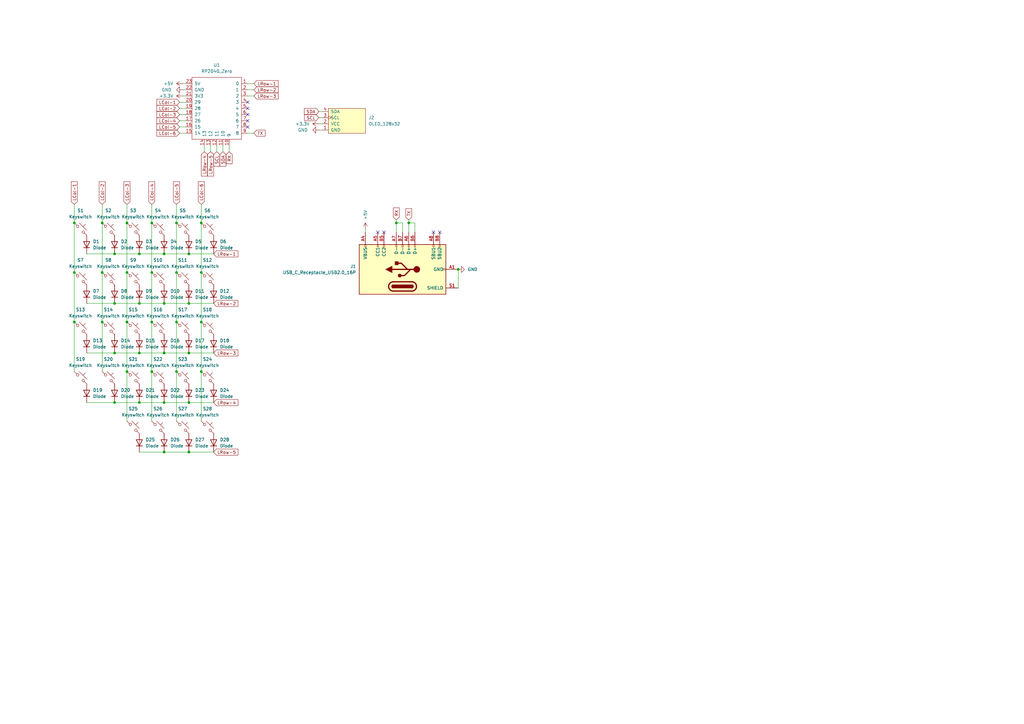
<source format=kicad_sch>
(kicad_sch (version 20250114) (generator "eeschema") (generator_version "9.0")
  (paper "A3")
  (lib_symbols
    (symbol "Connector:USB_C_Receptacle_USB2.0_16P" (pin_names (offset 1.016))
      (property "Reference" "J" (at 0 22.225 0))
      (property "Value" "USB_C_Receptacle_USB2.0_16P" (at 0 19.685 0))
      (symbol "USB_C_Receptacle_USB2.0_16P_0_0"
        (rectangle (start -0.254 -17.78) (end 0.254 -16.764))
        (rectangle (start 10.16 15.494) (end 9.144 14.986))
        (rectangle (start 10.16 10.414) (end 9.144 9.906))
        (rectangle (start 10.16 7.874) (end 9.144 7.366))
        (rectangle (start 10.16 2.794) (end 9.144 2.286))
        (rectangle (start 10.16 0.254) (end 9.144 -0.254))
        (rectangle (start 10.16 -2.286) (end 9.144 -2.794))
        (rectangle (start 10.16 -4.826) (end 9.144 -5.334))
        (rectangle (start 10.16 -12.446) (end 9.144 -12.954))
        (rectangle (start 10.16 -14.986) (end 9.144 -15.494))
      )
      (symbol "USB_C_Receptacle_USB2.0_16P_0_1"
        (rectangle (start -10.16 17.78) (end 10.16 -17.78) (stroke (width 0.254)) (fill (type background)))
        (polyline (pts (xy -8.89 -3.81) (xy -8.89 3.81)) (stroke (width 0.508)))
        (rectangle (start -7.62 -3.81) (end -6.35 3.81) (stroke (width 0.254)) (fill (type outline)))
        (arc (start -7.62 3.81) (mid -6.985 4.4423) (end -6.35 3.81) (stroke (width 0.254)))
        (arc (start -7.62 3.81) (mid -6.985 4.4423) (end -6.35 3.81) (stroke (width 0.254)) (fill (type outline)))
        (arc (start -8.89 3.81) (mid -6.985 5.7067) (end -5.08 3.81) (stroke (width 0.508)))
        (arc (start -5.08 -3.81) (mid -6.985 -5.7067) (end -8.89 -3.81) (stroke (width 0.508)))
        (arc (start -6.35 -3.81) (mid -6.985 -4.4423) (end -7.62 -3.81) (stroke (width 0.254)))
        (arc (start -6.35 -3.81) (mid -6.985 -4.4423) (end -7.62 -3.81) (stroke (width 0.254)) (fill (type outline)))
        (polyline (pts (xy -5.08 3.81) (xy -5.08 -3.81)) (stroke (width 0.508)))
        (circle (center -2.54 1.143) (radius 0.635) (stroke (width 0.254)) (fill (type outline)))
        (polyline (pts (xy -1.27 4.318) (xy 0 6.858) (xy 1.27 4.318) (xy -1.27 4.318)) (stroke (width 0.254)) (fill (type outline)))
        (polyline (pts (xy 0 -2.032) (xy 2.54 0.508) (xy 2.54 1.778)) (stroke (width 0.508)))
        (polyline (pts (xy 0 -3.302) (xy -2.54 -0.762) (xy -2.54 0.508)) (stroke (width 0.508)))
        (polyline (pts (xy 0 -5.842) (xy 0 4.318)) (stroke (width 0.508)))
        (circle (center 0 -5.842) (radius 1.27) (fill (type outline)))
        (rectangle (start 1.905 1.778) (end 3.175 3.048) (stroke (width 0.254)) (fill (type outline)))
      )
      (symbol "USB_C_Receptacle_USB2.0_16P_1_1"
        (pin passive line (at -7.62 -22.86 90) (length 5.08) (name "SHIELD") (number "S1"))
        (pin passive line (at 0 -22.86 90) (length 5.08) (name "GND") (number "A1"))
        (pin passive line (at 0 -22.86 90) (length 5.08) (hide yes) (name "GND") (number "A12"))
        (pin passive line (at 0 -22.86 90) (length 5.08) (hide yes) (name "GND") (number "B1"))
        (pin passive line (at 0 -22.86 90) (length 5.08) (hide yes) (name "GND") (number "B12"))
        (pin passive line (at 15.24 15.24 180) (length 5.08) (name "VBUS") (number "A4"))
        (pin passive line (at 15.24 15.24 180) (length 5.08) (hide yes) (name "VBUS") (number "A9"))
        (pin passive line (at 15.24 15.24 180) (length 5.08) (hide yes) (name "VBUS") (number "B4"))
        (pin passive line (at 15.24 15.24 180) (length 5.08) (hide yes) (name "VBUS") (number "B9"))
        (pin bidirectional line (at 15.24 10.16 180) (length 5.08) (name "CC1") (number "A5"))
        (pin bidirectional line (at 15.24 7.62 180) (length 5.08) (name "CC2") (number "B5"))
        (pin bidirectional line (at 15.24 2.54 180) (length 5.08) (name "D-") (number "A7"))
        (pin bidirectional line (at 15.24 0 180) (length 5.08) (name "D-") (number "B7"))
        (pin bidirectional line (at 15.24 -2.54 180) (length 5.08) (name "D+") (number "A6"))
        (pin bidirectional line (at 15.24 -5.08 180) (length 5.08) (name "D+") (number "B6"))
        (pin bidirectional line (at 15.24 -12.7 180) (length 5.08) (name "SBU1") (number "A8"))
        (pin bidirectional line (at 15.24 -15.24 180) (length 5.08) (name "SBU2") (number "B8"))
      )
    )
    (symbol "ScottoKeebs:MCU_RP2040_Zero" (pin_names (offset 1.016))
      (property "Reference" "U" (at 0 15.24 0))
      (property "Value" "RP2040_Zero" (at 0 12.7 0))
      (symbol "MCU_RP2040_Zero_0_1"
        (rectangle (start -10.16 11.43) (end 10.16 -13.97))
      )
      (symbol "MCU_RP2040_Zero_1_1"
        (pin power_out line (at -12.7 8.89 0) (length 2.54) (name "5V") (number "23"))
        (pin power_out line (at -12.7 6.35 0) (length 2.54) (name "GND") (number "22"))
        (pin power_out line (at -12.7 3.81 0) (length 2.54) (name "3V3") (number "21"))
        (pin bidirectional line (at -12.7 1.27 0) (length 2.54) (name "29") (number "20"))
        (pin bidirectional line (at -12.7 -1.27 0) (length 2.54) (name "28") (number "19"))
        (pin bidirectional line (at -12.7 -3.81 0) (length 2.54) (name "27") (number "18"))
        (pin bidirectional line (at -12.7 -6.35 0) (length 2.54) (name "26") (number "17"))
        (pin bidirectional line (at -12.7 -8.89 0) (length 2.54) (name "15") (number "16"))
        (pin bidirectional line (at -12.7 -11.43 0) (length 2.54) (name "14") (number "15"))
        (pin bidirectional line (at -5.08 -16.51 90) (length 2.54) (name "13") (number "14"))
        (pin bidirectional line (at -2.54 -16.51 90) (length 2.54) (name "12") (number "13"))
        (pin bidirectional line (at 0 -16.51 90) (length 2.54) (name "11") (number "12"))
        (pin bidirectional line (at 2.54 -16.51 90) (length 2.54) (name "10") (number "11"))
        (pin bidirectional line (at 5.08 -16.51 90) (length 2.54) (name "9") (number "10"))
        (pin bidirectional line (at 12.7 8.89 180) (length 2.54) (name "0") (number "1"))
        (pin bidirectional line (at 12.7 6.35 180) (length 2.54) (name "1") (number "2"))
        (pin bidirectional line (at 12.7 3.81 180) (length 2.54) (name "2") (number "3"))
        (pin bidirectional line (at 12.7 1.27 180) (length 2.54) (name "3") (number "4"))
        (pin bidirectional line (at 12.7 -1.27 180) (length 2.54) (name "4") (number "5"))
        (pin bidirectional line (at 12.7 -3.81 180) (length 2.54) (name "5") (number "6"))
        (pin bidirectional line (at 12.7 -6.35 180) (length 2.54) (name "6") (number "7"))
        (pin bidirectional line (at 12.7 -8.89 180) (length 2.54) (name "7") (number "8"))
        (pin bidirectional line (at 12.7 -11.43 180) (length 2.54) (name "8") (number "9"))
      )
    )
    (symbol "ScottoKeebs:OLED_128x32" (pin_names (offset 1.016))
      (property "Reference" "J" (at 0 -6.35 0))
      (property "Value" "OLED_128x32" (at 0 6.35 0))
      (symbol "OLED_128x32_0_1"
        (rectangle (start 0 5.08) (end 15.24 -5.08) (fill (type background)))
      )
      (symbol "OLED_128x32_1_1"
        (pin bidirectional line (at -2.54 3.81 0) (length 2.54) (name "SDA") (number "4"))
        (pin input clock (at -2.54 1.27 0) (length 2.54) (name "SCL") (number "3"))
        (pin power_in line (at -2.54 -1.27 0) (length 2.54) (name "VCC") (number "2"))
        (pin power_in line (at -2.54 -3.81 0) (length 2.54) (name "GND") (number "1"))
      )
    )
    (symbol "ScottoKeebs:Placeholder_Diode" (pin_numbers (hide yes)) (pin_names (hide yes))
      (property "Reference" "D" (at 0 2.54 0))
      (property "Value" "Diode" (at 0 -2.54 0))
      (symbol "Placeholder_Diode_0_1"
        (polyline (pts (xy -1.27 1.27) (xy -1.27 -1.27)) (stroke (width 0.254)))
        (polyline (pts (xy 1.27 1.27) (xy 1.27 -1.27) (xy -1.27 0) (xy 1.27 1.27)) (stroke (width 0.254)))
        (polyline (pts (xy 1.27 0) (xy -1.27 0)))
      )
      (symbol "Placeholder_Diode_1_1"
        (pin passive line (at -3.81 0 0) (length 2.54) (name "K") (number "1"))
        (pin passive line (at 3.81 0 180) (length 2.54) (name "A") (number "2"))
      )
    )
    (symbol "ScottoKeebs:Placeholder_Keyswitch" (pin_numbers (hide yes)) (pin_names (offset 1.016) (hide yes))
      (property "Reference" "S" (at 3.048 1.016 0))
      (property "Value" "Keyswitch" (at 0 -3.81 0))
      (symbol "Placeholder_Keyswitch_0_1"
        (polyline (pts (xy -2.54 2.54) (xy -1.524 1.524) (xy -1.524 1.524)))
        (circle (center -1.1684 1.1684) (radius 0.508))
        (polyline (pts (xy -0.508 2.54) (xy 2.54 -0.508)))
        (polyline (pts (xy 1.016 1.016) (xy 2.032 2.032)))
        (circle (center 1.143 -1.1938) (radius 0.508))
        (polyline (pts (xy 1.524 -1.524) (xy 2.54 -2.54) (xy 2.54 -2.54) (xy 2.54 -2.54)))
        (pin passive line (at -2.54 2.54 0) (length 0) (name "1") (number "1"))
        (pin passive line (at 2.54 -2.54 180) (length 0) (name "2") (number "2"))
      )
    )
    (symbol "power:+3.3V" (power) (pin_numbers (hide yes)) (pin_names (offset 0) (hide yes))
      (property "Value" "+3.3V" (at 0 3.556 0))
      (symbol "+3.3V_0_1"
        (polyline (pts (xy -0.762 1.27) (xy 0 2.54)))
        (polyline (pts (xy 0 2.54) (xy 0.762 1.27)))
        (polyline (pts (xy 0 0) (xy 0 2.54)))
      )
      (symbol "+3.3V_1_1"
        (pin power_in line (at 0 0 90) (length 0) (name "~") (number "1"))
      )
    )
    (symbol "power:+5V" (power) (pin_numbers (hide yes)) (pin_names (offset 0) (hide yes))
      (property "Value" "+5V" (at 0 3.556 0))
      (symbol "+5V_0_1"
        (polyline (pts (xy -0.762 1.27) (xy 0 2.54)))
        (polyline (pts (xy 0 2.54) (xy 0.762 1.27)))
        (polyline (pts (xy 0 0) (xy 0 2.54)))
      )
      (symbol "+5V_1_1"
        (pin power_in line (at 0 0 90) (length 0) (name "~") (number "1"))
      )
    )
    (symbol "power:GND" (power) (pin_numbers (hide yes)) (pin_names (offset 0) (hide yes))
      (property "Value" "GND" (at 0 -3.81 0))
      (symbol "GND_0_1"
        (polyline (pts (xy 0 0) (xy 0 -1.27) (xy 1.27 -1.27) (xy 0 -2.54) (xy -1.27 -1.27) (xy 0 -1.27)))
      )
      (symbol "GND_1_1"
        (pin power_in line (at 0 0 270) (length 0) (name "~") (number "1"))
      )
    )
  )
  (junction (at 77.47 124.46))
  (junction (at 62.23 111.76))
  (junction (at 57.15 144.78))
  (junction (at 46.99 104.14))
  (junction (at 62.23 132.08))
  (junction (at 67.31 104.14))
  (junction (at 57.15 165.1))
  (junction (at 52.07 111.76))
  (junction (at 82.55 91.44))
  (junction (at 30.48 91.44))
  (junction (at 72.39 132.08))
  (junction (at 72.39 152.4))
  (junction (at 67.31 124.46))
  (junction (at 30.48 132.08))
  (junction (at 77.47 165.1))
  (junction (at 57.15 104.14))
  (junction (at 62.23 152.4))
  (junction (at 46.99 144.78))
  (junction (at 46.99 124.46))
  (junction (at 67.31 185.42))
  (junction (at 57.15 124.46))
  (junction (at 187.96 110.49))
  (junction (at 52.07 152.4))
  (junction (at 67.31 165.1))
  (junction (at 77.47 185.42))
  (junction (at 41.91 111.76))
  (junction (at 41.91 91.44))
  (junction (at 82.55 152.4))
  (junction (at 82.55 132.08))
  (junction (at 30.48 111.76))
  (junction (at 46.99 165.1))
  (junction (at 72.39 91.44))
  (junction (at 162.56 91.44))
  (junction (at 52.07 132.08))
  (junction (at 82.55 111.76))
  (junction (at 41.91 132.08))
  (junction (at 67.31 144.78))
  (junction (at 167.64 91.44))
  (junction (at 77.47 144.78))
  (junction (at 72.39 111.76))
  (junction (at 77.47 104.14))
  (junction (at 52.07 91.44))
  (junction (at 62.23 91.44))
  (no_connect (at 157.48 95.25))
  (no_connect (at 101.6 49.53))
  (no_connect (at 177.8 95.25))
  (no_connect (at 101.6 41.91))
  (no_connect (at 101.6 52.07))
  (no_connect (at 180.34 95.25))
  (no_connect (at 154.94 95.25))
  (no_connect (at 101.6 46.99))
  (no_connect (at 101.6 44.45))
  (wire (pts (xy 82.55 83.82) (xy 82.55 91.44)))
  (wire (pts (xy 52.07 132.08) (xy 52.07 152.4)))
  (wire (pts (xy 62.23 111.76) (xy 62.23 132.08)))
  (wire (pts (xy 104.14 39.37) (xy 101.6 39.37)))
  (wire (pts (xy 77.47 124.46) (xy 87.63 124.46)))
  (wire (pts (xy 57.15 104.14) (xy 67.31 104.14)))
  (wire (pts (xy 57.15 185.42) (xy 67.31 185.42)))
  (wire (pts (xy 72.39 132.08) (xy 72.39 152.4)))
  (wire (pts (xy 82.55 111.76) (xy 82.55 132.08)))
  (wire (pts (xy 41.91 111.76) (xy 41.91 132.08)))
  (wire (pts (xy 62.23 152.4) (xy 62.23 172.72)))
  (wire (pts (xy 170.18 95.25) (xy 170.18 91.44)))
  (wire (pts (xy 130.81 48.26) (xy 132.08 48.26)))
  (wire (pts (xy 30.48 83.82) (xy 30.48 91.44)))
  (wire (pts (xy 82.55 91.44) (xy 82.55 111.76)))
  (wire (pts (xy 52.07 152.4) (xy 52.07 172.72)))
  (wire (pts (xy 73.66 44.45) (xy 76.2 44.45)))
  (wire (pts (xy 72.39 152.4) (xy 72.39 172.72)))
  (wire (pts (xy 73.66 52.07) (xy 76.2 52.07)))
  (wire (pts (xy 130.81 50.8) (xy 132.08 50.8)))
  (wire (pts (xy 167.64 95.25) (xy 167.64 91.44)))
  (wire (pts (xy 73.66 46.99) (xy 76.2 46.99)))
  (wire (pts (xy 41.91 83.82) (xy 41.91 91.44)))
  (wire (pts (xy 46.99 144.78) (xy 57.15 144.78)))
  (wire (pts (xy 74.93 36.83) (xy 76.2 36.83)))
  (wire (pts (xy 167.64 91.44) (xy 167.64 90.17)))
  (wire (pts (xy 82.55 132.08) (xy 82.55 152.4)))
  (wire (pts (xy 162.56 91.44) (xy 165.1 91.44)))
  (wire (pts (xy 52.07 111.76) (xy 52.07 132.08)))
  (wire (pts (xy 57.15 165.1) (xy 67.31 165.1)))
  (wire (pts (xy 46.99 104.14) (xy 57.15 104.14)))
  (wire (pts (xy 77.47 104.14) (xy 87.63 104.14)))
  (wire (pts (xy 77.47 165.1) (xy 87.63 165.1)))
  (wire (pts (xy 57.15 144.78) (xy 67.31 144.78)))
  (wire (pts (xy 41.91 132.08) (xy 41.91 152.4)))
  (wire (pts (xy 73.66 41.91) (xy 76.2 41.91)))
  (wire (pts (xy 52.07 91.44) (xy 52.07 111.76)))
  (wire (pts (xy 41.91 91.44) (xy 41.91 111.76)))
  (wire (pts (xy 62.23 132.08) (xy 62.23 152.4)))
  (wire (pts (xy 167.64 91.44) (xy 170.18 91.44)))
  (wire (pts (xy 77.47 185.42) (xy 87.63 185.42)))
  (wire (pts (xy 67.31 185.42) (xy 77.47 185.42)))
  (wire (pts (xy 88.9 62.23) (xy 88.9 59.69)))
  (wire (pts (xy 149.86 93.98) (xy 149.86 95.25)))
  (wire (pts (xy 130.81 45.72) (xy 132.08 45.72)))
  (wire (pts (xy 46.99 124.46) (xy 57.15 124.46)))
  (wire (pts (xy 35.56 104.14) (xy 46.99 104.14)))
  (wire (pts (xy 46.99 165.1) (xy 57.15 165.1)))
  (wire (pts (xy 165.1 95.25) (xy 165.1 91.44)))
  (wire (pts (xy 67.31 144.78) (xy 77.47 144.78)))
  (wire (pts (xy 104.14 36.83) (xy 101.6 36.83)))
  (wire (pts (xy 57.15 124.46) (xy 67.31 124.46)))
  (wire (pts (xy 62.23 91.44) (xy 62.23 111.76)))
  (wire (pts (xy 30.48 91.44) (xy 30.48 111.76)))
  (wire (pts (xy 35.56 124.46) (xy 46.99 124.46)))
  (wire (pts (xy 30.48 111.76) (xy 30.48 132.08)))
  (wire (pts (xy 72.39 83.82) (xy 72.39 91.44)))
  (wire (pts (xy 93.98 62.23) (xy 93.98 59.69)))
  (wire (pts (xy 73.66 54.61) (xy 76.2 54.61)))
  (wire (pts (xy 74.93 39.37) (xy 76.2 39.37)))
  (wire (pts (xy 74.93 34.29) (xy 76.2 34.29)))
  (wire (pts (xy 187.96 110.49) (xy 187.96 118.11)))
  (wire (pts (xy 67.31 104.14) (xy 77.47 104.14)))
  (wire (pts (xy 130.81 53.34) (xy 132.08 53.34)))
  (wire (pts (xy 52.07 83.82) (xy 52.07 91.44)))
  (wire (pts (xy 162.56 91.44) (xy 162.56 90.17)))
  (wire (pts (xy 162.56 95.25) (xy 162.56 91.44)))
  (wire (pts (xy 67.31 165.1) (xy 77.47 165.1)))
  (wire (pts (xy 35.56 144.78) (xy 46.99 144.78)))
  (wire (pts (xy 62.23 83.82) (xy 62.23 91.44)))
  (wire (pts (xy 104.14 54.61) (xy 101.6 54.61)))
  (wire (pts (xy 67.31 124.46) (xy 77.47 124.46)))
  (wire (pts (xy 73.66 49.53) (xy 76.2 49.53)))
  (wire (pts (xy 83.82 62.23) (xy 83.82 59.69)))
  (wire (pts (xy 82.55 152.4) (xy 82.55 172.72)))
  (wire (pts (xy 77.47 144.78) (xy 87.63 144.78)))
  (wire (pts (xy 86.36 62.23) (xy 86.36 59.69)))
  (wire (pts (xy 30.48 132.08) (xy 30.48 152.4)))
  (wire (pts (xy 72.39 91.44) (xy 72.39 111.76)))
  (wire (pts (xy 72.39 111.76) (xy 72.39 132.08)))
  (wire (pts (xy 104.14 34.29) (xy 101.6 34.29)))
  (wire (pts (xy 35.56 165.1) (xy 46.99 165.1)))
  (wire (pts (xy 91.44 62.23) (xy 91.44 59.69)))
  (global_label "RX" (shape input) (at 93.98 62.23 270) (property "Intersheetrefs" "${INTERSHEET_REFS}" (effects (hide yes))))
  (global_label "LRow-4" (shape input) (at 87.63 165.1 0) (property "Intersheetrefs" "${INTERSHEET_REFS}" (effects (hide yes))))
  (global_label "SCL" (shape input) (at 130.81 48.26 180) (property "Intersheetrefs" "${INTERSHEET_REFS}" (effects (hide yes))))
  (global_label "LRow-3" (shape input) (at 104.14 39.37 0) (property "Intersheetrefs" "${INTERSHEET_REFS}" (effects (hide yes))))
  (global_label "LCol-6" (shape input) (at 82.55 83.82 90) (property "Intersheetrefs" "${INTERSHEET_REFS}" (effects (hide yes))))
  (global_label "LRow-5" (shape input) (at 87.63 185.42 0) (property "Intersheetrefs" "${INTERSHEET_REFS}" (effects (hide yes))))
  (global_label "LRow-1" (shape input) (at 104.14 34.29 0) (property "Intersheetrefs" "${INTERSHEET_REFS}" (effects (hide yes))))
  (global_label "LRow-1" (shape input) (at 87.63 104.14 0) (property "Intersheetrefs" "${INTERSHEET_REFS}" (effects (hide yes))))
  (global_label "SCL" (shape input) (at 88.9 62.23 270) (property "Intersheetrefs" "${INTERSHEET_REFS}" (effects (hide yes))))
  (global_label "LRow-2" (shape input) (at 104.14 36.83 0) (property "Intersheetrefs" "${INTERSHEET_REFS}" (effects (hide yes))))
  (global_label "LCol-1" (shape input) (at 73.66 41.91 180) (property "Intersheetrefs" "${INTERSHEET_REFS}" (effects (hide yes))))
  (global_label "TX" (shape input) (at 167.64 90.17 90) (property "Intersheetrefs" "${INTERSHEET_REFS}" (effects (hide yes))))
  (global_label "LCol-4" (shape input) (at 73.66 49.53 180) (property "Intersheetrefs" "${INTERSHEET_REFS}" (effects (hide yes))))
  (global_label "LCol-6" (shape input) (at 73.66 54.61 180) (property "Intersheetrefs" "${INTERSHEET_REFS}" (effects (hide yes))))
  (global_label "LCol-5" (shape input) (at 72.39 83.82 90) (property "Intersheetrefs" "${INTERSHEET_REFS}" (effects (hide yes))))
  (global_label "LRow-3" (shape input) (at 87.63 144.78 0) (property "Intersheetrefs" "${INTERSHEET_REFS}" (effects (hide yes))))
  (global_label "LCol-2" (shape input) (at 73.66 44.45 180) (property "Intersheetrefs" "${INTERSHEET_REFS}" (effects (hide yes))))
  (global_label "LCol-5" (shape input) (at 73.66 52.07 180) (property "Intersheetrefs" "${INTERSHEET_REFS}" (effects (hide yes))))
  (global_label "LCol-4" (shape input) (at 62.23 83.82 90) (property "Intersheetrefs" "${INTERSHEET_REFS}" (effects (hide yes))))
  (global_label "SDA" (shape input) (at 130.81 45.72 180) (property "Intersheetrefs" "${INTERSHEET_REFS}" (effects (hide yes))))
  (global_label "LCol-1" (shape input) (at 30.48 83.82 90) (property "Intersheetrefs" "${INTERSHEET_REFS}" (effects (hide yes))))
  (global_label "LCol-3" (shape input) (at 52.07 83.82 90) (property "Intersheetrefs" "${INTERSHEET_REFS}" (effects (hide yes))))
  (global_label "LRow-5" (shape input) (at 86.36 62.23 270) (property "Intersheetrefs" "${INTERSHEET_REFS}" (effects (hide yes))))
  (global_label "SDA" (shape input) (at 91.44 62.23 270) (property "Intersheetrefs" "${INTERSHEET_REFS}" (effects (hide yes))))
  (global_label "RX" (shape input) (at 162.56 90.17 90) (property "Intersheetrefs" "${INTERSHEET_REFS}" (effects (hide yes))))
  (global_label "LCol-2" (shape input) (at 41.91 83.82 90) (property "Intersheetrefs" "${INTERSHEET_REFS}" (effects (hide yes))))
  (global_label "TX" (shape input) (at 104.14 54.61 0) (property "Intersheetrefs" "${INTERSHEET_REFS}" (effects (hide yes))))
  (global_label "LCol-3" (shape input) (at 73.66 46.99 180) (property "Intersheetrefs" "${INTERSHEET_REFS}" (effects (hide yes))))
  (global_label "LRow-4" (shape input) (at 83.82 62.23 270) (property "Intersheetrefs" "${INTERSHEET_REFS}" (effects (hide yes))))
  (global_label "LRow-2" (shape input) (at 87.63 124.46 0) (property "Intersheetrefs" "${INTERSHEET_REFS}" (effects (hide yes))))
  (symbol (lib_id "ScottoKeebs:Placeholder_Diode") (at 46.99 100.33 90) (unit 1)
    (property "Reference" "D2" (at 49.53 99.0599 90) (effects (justify right)))
    (property "Value" "Diode" (at 49.53 101.5999 90) (effects (justify right)))
    (property "Footprint" "Diode_THT:D_DO-35_SOD27_P7.62mm_Horizontal" (effects (hide yes)))
    (property "Description" "1N4148 (DO-35) or 1N4148W (SOD-123)" (effects (hide yes)))
    (property "Sim.Device" "D" (effects (hide yes)))
    (property "Sim.Pins" "1=K 2=A" (effects (hide yes)))
  )
  (symbol (lib_id "ScottoKeebs:Placeholder_Keyswitch") (at 44.45 114.3 0) (unit 1)
    (property "Reference" "S8" (at 44.45 106.68 0))
    (property "Value" "Keyswitch" (at 44.45 109.22 0))
    (property "Description" "Push button switch, normally open, two pins, 45° tilted" (effects (hide yes)))
  )
  (symbol (lib_id "ScottoKeebs:Placeholder_Keyswitch") (at 33.02 154.94 0) (unit 1)
    (property "Reference" "S19" (at 33.02 147.32 0))
    (property "Value" "Keyswitch" (at 33.02 149.86 0))
    (property "Description" "Push button switch, normally open, two pins, 45° tilted" (effects (hide yes)))
  )
  (symbol (lib_id "ScottoKeebs:Placeholder_Keyswitch") (at 44.45 154.94 0) (unit 1)
    (property "Reference" "S20" (at 44.45 147.32 0))
    (property "Value" "Keyswitch" (at 44.45 149.86 0))
    (property "Description" "Push button switch, normally open, two pins, 45° tilted" (effects (hide yes)))
  )
  (symbol (lib_id "ScottoKeebs:Placeholder_Keyswitch") (at 54.61 93.98 0) (unit 1)
    (property "Reference" "S3" (at 54.61 86.36 0))
    (property "Value" "Keyswitch" (at 54.61 88.9 0))
    (property "Description" "Push button switch, normally open, two pins, 45° tilted" (effects (hide yes)))
  )
  (symbol (lib_id "power:GND") (at 187.96 110.49 90) (unit 1)
    (property "Reference" "#PWR08" (effects (hide yes)))
    (property "Value" "GND" (at 191.77 110.4899 90) (effects (justify right)))
    (property "Description" "Power symbol creates a global label with name \"GND\" , ground" (effects (hide yes)))
  )
  (symbol (lib_id "ScottoKeebs:Placeholder_Diode") (at 46.99 140.97 90) (unit 1)
    (property "Reference" "D14" (at 49.53 139.6999 90) (effects (justify right)))
    (property "Value" "Diode" (at 49.53 142.2399 90) (effects (justify right)))
    (property "Footprint" "Diode_THT:D_DO-35_SOD27_P7.62mm_Horizontal" (effects (hide yes)))
    (property "Description" "1N4148 (DO-35) or 1N4148W (SOD-123)" (effects (hide yes)))
    (property "Sim.Device" "D" (effects (hide yes)))
    (property "Sim.Pins" "1=K 2=A" (effects (hide yes)))
  )
  (symbol (lib_id "ScottoKeebs:Placeholder_Diode") (at 57.15 100.33 90) (unit 1)
    (property "Reference" "D3" (at 59.69 99.0599 90) (effects (justify right)))
    (property "Value" "Diode" (at 59.69 101.5999 90) (effects (justify right)))
    (property "Footprint" "Diode_THT:D_DO-35_SOD27_P7.62mm_Horizontal" (effects (hide yes)))
    (property "Description" "1N4148 (DO-35) or 1N4148W (SOD-123)" (effects (hide yes)))
    (property "Sim.Device" "D" (effects (hide yes)))
    (property "Sim.Pins" "1=K 2=A" (effects (hide yes)))
  )
  (symbol (lib_id "ScottoKeebs:Placeholder_Diode") (at 77.47 120.65 90) (unit 1)
    (property "Reference" "D11" (at 80.01 119.3799 90) (effects (justify right)))
    (property "Value" "Diode" (at 80.01 121.9199 90) (effects (justify right)))
    (property "Footprint" "Diode_THT:D_DO-35_SOD27_P7.62mm_Horizontal" (effects (hide yes)))
    (property "Description" "1N4148 (DO-35) or 1N4148W (SOD-123)" (effects (hide yes)))
    (property "Sim.Device" "D" (effects (hide yes)))
    (property "Sim.Pins" "1=K 2=A" (effects (hide yes)))
  )
  (symbol (lib_id "ScottoKeebs:Placeholder_Keyswitch") (at 85.09 93.98 0) (unit 1)
    (property "Reference" "S6" (at 85.09 86.36 0))
    (property "Value" "Keyswitch" (at 85.09 88.9 0))
    (property "Description" "Push button switch, normally open, two pins, 45° tilted" (effects (hide yes)))
  )
  (symbol (lib_id "ScottoKeebs:Placeholder_Keyswitch") (at 54.61 114.3 0) (unit 1)
    (property "Reference" "S9" (at 54.61 106.68 0))
    (property "Value" "Keyswitch" (at 54.61 109.22 0))
    (property "Description" "Push button switch, normally open, two pins, 45° tilted" (effects (hide yes)))
  )
  (symbol (lib_id "ScottoKeebs:Placeholder_Keyswitch") (at 74.93 154.94 0) (unit 1)
    (property "Reference" "S23" (at 74.93 147.32 0))
    (property "Value" "Keyswitch" (at 74.93 149.86 0))
    (property "Description" "Push button switch, normally open, two pins, 45° tilted" (effects (hide yes)))
  )
  (symbol (lib_id "ScottoKeebs:Placeholder_Diode") (at 87.63 181.61 90) (unit 1)
    (property "Reference" "D28" (at 90.17 180.3399 90) (effects (justify right)))
    (property "Value" "Diode" (at 90.17 182.8799 90) (effects (justify right)))
    (property "Footprint" "Diode_THT:D_DO-35_SOD27_P7.62mm_Horizontal" (effects (hide yes)))
    (property "Description" "1N4148 (DO-35) or 1N4148W (SOD-123)" (effects (hide yes)))
    (property "Sim.Device" "D" (effects (hide yes)))
    (property "Sim.Pins" "1=K 2=A" (effects (hide yes)))
  )
  (symbol (lib_id "ScottoKeebs:Placeholder_Diode") (at 77.47 181.61 90) (unit 1)
    (property "Reference" "D27" (at 80.01 180.3399 90) (effects (justify right)))
    (property "Value" "Diode" (at 80.01 182.8799 90) (effects (justify right)))
    (property "Footprint" "Diode_THT:D_DO-35_SOD27_P7.62mm_Horizontal" (effects (hide yes)))
    (property "Description" "1N4148 (DO-35) or 1N4148W (SOD-123)" (effects (hide yes)))
    (property "Sim.Device" "D" (effects (hide yes)))
    (property "Sim.Pins" "1=K 2=A" (effects (hide yes)))
  )
  (symbol (lib_id "ScottoKeebs:Placeholder_Diode") (at 35.56 140.97 90) (unit 1)
    (property "Reference" "D13" (at 38.1 139.6999 90) (effects (justify right)))
    (property "Value" "Diode" (at 38.1 142.2399 90) (effects (justify right)))
    (property "Footprint" "Diode_THT:D_DO-35_SOD27_P7.62mm_Horizontal" (effects (hide yes)))
    (property "Description" "1N4148 (DO-35) or 1N4148W (SOD-123)" (effects (hide yes)))
    (property "Sim.Device" "D" (effects (hide yes)))
    (property "Sim.Pins" "1=K 2=A" (effects (hide yes)))
  )
  (symbol (lib_id "ScottoKeebs:Placeholder_Keyswitch") (at 64.77 175.26 0) (unit 1)
    (property "Reference" "S26" (at 64.77 167.64 0))
    (property "Value" "Keyswitch" (at 64.77 170.18 0))
    (property "Description" "Push button switch, normally open, two pins, 45° tilted" (effects (hide yes)))
  )
  (symbol (lib_id "ScottoKeebs:Placeholder_Keyswitch") (at 85.09 154.94 0) (unit 1)
    (property "Reference" "S24" (at 85.09 147.32 0))
    (property "Value" "Keyswitch" (at 85.09 149.86 0))
    (property "Description" "Push button switch, normally open, two pins, 45° tilted" (effects (hide yes)))
  )
  (symbol (lib_id "ScottoKeebs:Placeholder_Diode") (at 67.31 161.29 90) (unit 1)
    (property "Reference" "D22" (at 69.85 160.0199 90) (effects (justify right)))
    (property "Value" "Diode" (at 69.85 162.5599 90) (effects (justify right)))
    (property "Footprint" "Diode_THT:D_DO-35_SOD27_P7.62mm_Horizontal" (effects (hide yes)))
    (property "Description" "1N4148 (DO-35) or 1N4148W (SOD-123)" (effects (hide yes)))
    (property "Sim.Device" "D" (effects (hide yes)))
    (property "Sim.Pins" "1=K 2=A" (effects (hide yes)))
  )
  (symbol (lib_id "ScottoKeebs:Placeholder_Keyswitch") (at 74.93 175.26 0) (unit 1)
    (property "Reference" "S27" (at 74.93 167.64 0))
    (property "Value" "Keyswitch" (at 74.93 170.18 0))
    (property "Description" "Push button switch, normally open, two pins, 45° tilted" (effects (hide yes)))
  )
  (symbol (lib_id "ScottoKeebs:Placeholder_Keyswitch") (at 85.09 175.26 0) (unit 1)
    (property "Reference" "S28" (at 85.09 167.64 0))
    (property "Value" "Keyswitch" (at 85.09 170.18 0))
    (property "Description" "Push button switch, normally open, two pins, 45° tilted" (effects (hide yes)))
  )
  (symbol (lib_id "ScottoKeebs:Placeholder_Diode") (at 46.99 120.65 90) (unit 1)
    (property "Reference" "D8" (at 49.53 119.3799 90) (effects (justify right)))
    (property "Value" "Diode" (at 49.53 121.9199 90) (effects (justify right)))
    (property "Footprint" "Diode_THT:D_DO-35_SOD27_P7.62mm_Horizontal" (effects (hide yes)))
    (property "Description" "1N4148 (DO-35) or 1N4148W (SOD-123)" (effects (hide yes)))
    (property "Sim.Device" "D" (effects (hide yes)))
    (property "Sim.Pins" "1=K 2=A" (effects (hide yes)))
  )
  (symbol (lib_id "power:+3.3V") (at 74.93 39.37 90) (unit 1)
    (property "Reference" "#PWR06" (effects (hide yes)))
    (property "Value" "+3.3V" (at 71.12 39.3699 90) (effects (justify left)))
    (property "Description" "Power symbol creates a global label with name \"+3.3V\"" (effects (hide yes)))
  )
  (symbol (lib_id "power:+3.3V") (at 130.81 50.8 90) (unit 1)
    (property "Reference" "#PWR04" (effects (hide yes)))
    (property "Value" "+3.3V" (at 127 50.8 90) (effects (justify left)))
    (property "Description" "Power symbol creates a global label with name \"+3.3V\"" (effects (hide yes)))
  )
  (symbol (lib_id "ScottoKeebs:Placeholder_Diode") (at 67.31 120.65 90) (unit 1)
    (property "Reference" "D10" (at 69.85 119.3799 90) (effects (justify right)))
    (property "Value" "Diode" (at 69.85 121.9199 90) (effects (justify right)))
    (property "Footprint" "Diode_THT:D_DO-35_SOD27_P7.62mm_Horizontal" (effects (hide yes)))
    (property "Description" "1N4148 (DO-35) or 1N4148W (SOD-123)" (effects (hide yes)))
    (property "Sim.Device" "D" (effects (hide yes)))
    (property "Sim.Pins" "1=K 2=A" (effects (hide yes)))
  )
  (symbol (lib_id "ScottoKeebs:Placeholder_Keyswitch") (at 64.77 154.94 0) (unit 1)
    (property "Reference" "S22" (at 64.77 147.32 0))
    (property "Value" "Keyswitch" (at 64.77 149.86 0))
    (property "Description" "Push button switch, normally open, two pins, 45° tilted" (effects (hide yes)))
  )
  (symbol (lib_id "ScottoKeebs:Placeholder_Diode") (at 57.15 181.61 90) (unit 1)
    (property "Reference" "D25" (at 59.69 180.3399 90) (effects (justify right)))
    (property "Value" "Diode" (at 59.69 182.8799 90) (effects (justify right)))
    (property "Footprint" "Diode_THT:D_DO-35_SOD27_P7.62mm_Horizontal" (effects (hide yes)))
    (property "Description" "1N4148 (DO-35) or 1N4148W (SOD-123)" (effects (hide yes)))
    (property "Sim.Device" "D" (effects (hide yes)))
    (property "Sim.Pins" "1=K 2=A" (effects (hide yes)))
  )
  (symbol (lib_id "ScottoKeebs:Placeholder_Keyswitch") (at 44.45 134.62 0) (unit 1)
    (property "Reference" "S14" (at 44.45 127 0))
    (property "Value" "Keyswitch" (at 44.45 129.54 0))
    (property "Description" "Push button switch, normally open, two pins, 45° tilted" (effects (hide yes)))
  )
  (symbol (lib_id "ScottoKeebs:Placeholder_Diode") (at 67.31 181.61 90) (unit 1)
    (property "Reference" "D26" (at 69.85 180.3399 90) (effects (justify right)))
    (property "Value" "Diode" (at 69.85 182.8799 90) (effects (justify right)))
    (property "Footprint" "Diode_THT:D_DO-35_SOD27_P7.62mm_Horizontal" (effects (hide yes)))
    (property "Description" "1N4148 (DO-35) or 1N4148W (SOD-123)" (effects (hide yes)))
    (property "Sim.Device" "D" (effects (hide yes)))
    (property "Sim.Pins" "1=K 2=A" (effects (hide yes)))
  )
  (symbol (lib_id "power:+5V") (at 74.93 34.29 90) (unit 1)
    (property "Reference" "#PWR01" (effects (hide yes)))
    (property "Value" "+5V" (at 71.12 34.29 90) (effects (justify left)))
    (property "Description" "Power symbol creates a global label with name \"+5V\"" (effects (hide yes)))
  )
  (symbol (lib_id "ScottoKeebs:Placeholder_Keyswitch") (at 74.93 93.98 0) (unit 1)
    (property "Reference" "S5" (at 74.93 86.36 0))
    (property "Value" "Keyswitch" (at 74.93 88.9 0))
    (property "Description" "Push button switch, normally open, two pins, 45° tilted" (effects (hide yes)))
  )
  (symbol (lib_id "ScottoKeebs:Placeholder_Keyswitch") (at 74.93 114.3 0) (unit 1)
    (property "Reference" "S11" (at 74.93 106.68 0))
    (property "Value" "Keyswitch" (at 74.93 109.22 0))
    (property "Description" "Push button switch, normally open, two pins, 45° tilted" (effects (hide yes)))
  )
  (symbol (lib_id "ScottoKeebs:Placeholder_Keyswitch") (at 33.02 114.3 0) (unit 1)
    (property "Reference" "S7" (at 33.02 106.68 0))
    (property "Value" "Keyswitch" (at 33.02 109.22 0))
    (property "Description" "Push button switch, normally open, two pins, 45° tilted" (effects (hide yes)))
  )
  (symbol (lib_id "power:GND") (at 130.81 53.34 270) (unit 1)
    (property "Reference" "#PWR05" (effects (hide yes)))
    (property "Value" "GND" (at 124.206 53.34 90))
    (property "Description" "Power symbol creates a global label with name \"GND\" , ground" (effects (hide yes)))
  )
  (symbol (lib_id "ScottoKeebs:Placeholder_Keyswitch") (at 33.02 134.62 0) (unit 1)
    (property "Reference" "S13" (at 33.02 127 0))
    (property "Value" "Keyswitch" (at 33.02 129.54 0))
    (property "Description" "Push button switch, normally open, two pins, 45° tilted" (effects (hide yes)))
  )
  (symbol (lib_id "ScottoKeebs:Placeholder_Keyswitch") (at 64.77 114.3 0) (unit 1)
    (property "Reference" "S10" (at 64.77 106.68 0))
    (property "Value" "Keyswitch" (at 64.77 109.22 0))
    (property "Description" "Push button switch, normally open, two pins, 45° tilted" (effects (hide yes)))
  )
  (symbol (lib_id "power:+5V") (at 149.86 93.98 0) (unit 1)
    (property "Reference" "#PWR03" (effects (hide yes)))
    (property "Value" "+5V" (at 149.86 90.17 90) (effects (justify left)))
    (property "Description" "Power symbol creates a global label with name \"+5V\"" (effects (hide yes)))
  )
  (symbol (lib_id "ScottoKeebs:Placeholder_Diode") (at 57.15 161.29 90) (unit 1)
    (property "Reference" "D21" (at 59.69 160.0199 90) (effects (justify right)))
    (property "Value" "Diode" (at 59.69 162.5599 90) (effects (justify right)))
    (property "Footprint" "Diode_THT:D_DO-35_SOD27_P7.62mm_Horizontal" (effects (hide yes)))
    (property "Description" "1N4148 (DO-35) or 1N4148W (SOD-123)" (effects (hide yes)))
    (property "Sim.Device" "D" (effects (hide yes)))
    (property "Sim.Pins" "1=K 2=A" (effects (hide yes)))
  )
  (symbol (lib_id "ScottoKeebs:Placeholder_Diode") (at 46.99 161.29 90) (unit 1)
    (property "Reference" "D20" (at 49.53 160.0199 90) (effects (justify right)))
    (property "Value" "Diode" (at 49.53 162.5599 90) (effects (justify right)))
    (property "Footprint" "Diode_THT:D_DO-35_SOD27_P7.62mm_Horizontal" (effects (hide yes)))
    (property "Description" "1N4148 (DO-35) or 1N4148W (SOD-123)" (effects (hide yes)))
    (property "Sim.Device" "D" (effects (hide yes)))
    (property "Sim.Pins" "1=K 2=A" (effects (hide yes)))
  )
  (symbol (lib_id "ScottoKeebs:Placeholder_Keyswitch") (at 74.93 134.62 0) (unit 1)
    (property "Reference" "S17" (at 74.93 127 0))
    (property "Value" "Keyswitch" (at 74.93 129.54 0))
    (property "Description" "Push button switch, normally open, two pins, 45° tilted" (effects (hide yes)))
  )
  (symbol (lib_id "ScottoKeebs:Placeholder_Diode") (at 77.47 140.97 90) (unit 1)
    (property "Reference" "D17" (at 80.01 139.6999 90) (effects (justify right)))
    (property "Value" "Diode" (at 80.01 142.2399 90) (effects (justify right)))
    (property "Footprint" "Diode_THT:D_DO-35_SOD27_P7.62mm_Horizontal" (effects (hide yes)))
    (property "Description" "1N4148 (DO-35) or 1N4148W (SOD-123)" (effects (hide yes)))
    (property "Sim.Device" "D" (effects (hide yes)))
    (property "Sim.Pins" "1=K 2=A" (effects (hide yes)))
  )
  (symbol (lib_id "ScottoKeebs:OLED_128x32") (at 134.62 49.53 0) (unit 1)
    (property "Reference" "J2" (at 151.13 48.26 0) (effects (justify left)))
    (property "Value" "OLED_128x32" (at 151.13 50.8 0) (effects (justify left)))
    (property "Footprint" "ScottoKeebs_Components:OLED_128x32" (effects (hide yes)))
  )
  (symbol (lib_id "ScottoKeebs:Placeholder_Keyswitch") (at 64.77 93.98 0) (unit 1)
    (property "Reference" "S4" (at 64.77 86.36 0))
    (property "Value" "Keyswitch" (at 64.77 88.9 0))
    (property "Description" "Push button switch, normally open, two pins, 45° tilted" (effects (hide yes)))
  )
  (symbol (lib_id "Connector:USB_C_Receptacle_USB2.0_16P") (at 165.1 110.49 90) (unit 1)
    (property "Reference" "J1" (at 146.05 109.2199 90) (effects (justify left)))
    (property "Value" "USB_C_Receptacle_USB2.0_16P" (at 146.05 111.7599 90) (effects (justify left)))
    (property "Footprint" "Connector_USB:USB_C_Receptacle_GCT_USB4085" (effects (hide yes)))
    (property "Datasheet" "https://www.usb.org/sites/default/files/documents/usb_type-c.zip" (effects (hide yes)))
    (property "Description" "USB 2.0-only 16P Type-C Receptacle connector" (effects (hide yes)))
  )
  (symbol (lib_id "ScottoKeebs:Placeholder_Diode") (at 87.63 140.97 90) (unit 1)
    (property "Reference" "D18" (at 90.17 139.6999 90) (effects (justify right)))
    (property "Value" "Diode" (at 90.17 142.2399 90) (effects (justify right)))
    (property "Footprint" "Diode_THT:D_DO-35_SOD27_P7.62mm_Horizontal" (effects (hide yes)))
    (property "Description" "1N4148 (DO-35) or 1N4148W (SOD-123)" (effects (hide yes)))
    (property "Sim.Device" "D" (effects (hide yes)))
    (property "Sim.Pins" "1=K 2=A" (effects (hide yes)))
  )
  (symbol (lib_id "ScottoKeebs:Placeholder_Keyswitch") (at 85.09 114.3 0) (unit 1)
    (property "Reference" "S12" (at 85.09 106.68 0))
    (property "Value" "Keyswitch" (at 85.09 109.22 0))
    (property "Description" "Push button switch, normally open, two pins, 45° tilted" (effects (hide yes)))
  )
  (symbol (lib_id "ScottoKeebs:Placeholder_Keyswitch") (at 33.02 93.98 0) (unit 1)
    (property "Reference" "S1" (at 33.02 86.36 0))
    (property "Value" "Keyswitch" (at 33.02 88.9 0))
    (property "Description" "Push button switch, normally open, two pins, 45° tilted" (effects (hide yes)))
  )
  (symbol (lib_id "ScottoKeebs:Placeholder_Diode") (at 77.47 100.33 90) (unit 1)
    (property "Reference" "D5" (at 80.01 99.0599 90) (effects (justify right)))
    (property "Value" "Diode" (at 80.01 101.5999 90) (effects (justify right)))
    (property "Footprint" "Diode_THT:D_DO-35_SOD27_P7.62mm_Horizontal" (effects (hide yes)))
    (property "Description" "1N4148 (DO-35) or 1N4148W (SOD-123)" (effects (hide yes)))
    (property "Sim.Device" "D" (effects (hide yes)))
    (property "Sim.Pins" "1=K 2=A" (effects (hide yes)))
  )
  (symbol (lib_id "ScottoKeebs:Placeholder_Diode") (at 67.31 100.33 90) (unit 1)
    (property "Reference" "D4" (at 69.85 99.0599 90) (effects (justify right)))
    (property "Value" "Diode" (at 69.85 101.5999 90) (effects (justify right)))
    (property "Footprint" "Diode_THT:D_DO-35_SOD27_P7.62mm_Horizontal" (effects (hide yes)))
    (property "Description" "1N4148 (DO-35) or 1N4148W (SOD-123)" (effects (hide yes)))
    (property "Sim.Device" "D" (effects (hide yes)))
    (property "Sim.Pins" "1=K 2=A" (effects (hide yes)))
  )
  (symbol (lib_id "ScottoKeebs:Placeholder_Diode") (at 57.15 140.97 90) (unit 1)
    (property "Reference" "D15" (at 59.69 139.6999 90) (effects (justify right)))
    (property "Value" "Diode" (at 59.69 142.2399 90) (effects (justify right)))
    (property "Footprint" "Diode_THT:D_DO-35_SOD27_P7.62mm_Horizontal" (effects (hide yes)))
    (property "Description" "1N4148 (DO-35) or 1N4148W (SOD-123)" (effects (hide yes)))
    (property "Sim.Device" "D" (effects (hide yes)))
    (property "Sim.Pins" "1=K 2=A" (effects (hide yes)))
  )
  (symbol (lib_id "ScottoKeebs:Placeholder_Diode") (at 67.31 140.97 90) (unit 1)
    (property "Reference" "D16" (at 69.85 139.6999 90) (effects (justify right)))
    (property "Value" "Diode" (at 69.85 142.2399 90) (effects (justify right)))
    (property "Footprint" "Diode_THT:D_DO-35_SOD27_P7.62mm_Horizontal" (effects (hide yes)))
    (property "Description" "1N4148 (DO-35) or 1N4148W (SOD-123)" (effects (hide yes)))
    (property "Sim.Device" "D" (effects (hide yes)))
    (property "Sim.Pins" "1=K 2=A" (effects (hide yes)))
  )
  (symbol (lib_id "ScottoKeebs:Placeholder_Keyswitch") (at 44.45 93.98 0) (unit 1)
    (property "Reference" "S2" (at 44.45 86.36 0))
    (property "Value" "Keyswitch" (at 44.45 88.9 0))
    (property "Description" "Push button switch, normally open, two pins, 45° tilted" (effects (hide yes)))
  )
  (symbol (lib_id "ScottoKeebs:Placeholder_Keyswitch") (at 54.61 134.62 0) (unit 1)
    (property "Reference" "S15" (at 54.61 127 0))
    (property "Value" "Keyswitch" (at 54.61 129.54 0))
    (property "Description" "Push button switch, normally open, two pins, 45° tilted" (effects (hide yes)))
  )
  (symbol (lib_id "ScottoKeebs:Placeholder_Keyswitch") (at 54.61 175.26 0) (unit 1)
    (property "Reference" "S25" (at 54.61 167.64 0))
    (property "Value" "Keyswitch" (at 54.61 170.18 0))
    (property "Description" "Push button switch, normally open, two pins, 45° tilted" (effects (hide yes)))
  )
  (symbol (lib_id "ScottoKeebs:Placeholder_Diode") (at 57.15 120.65 90) (unit 1)
    (property "Reference" "D9" (at 59.69 119.3799 90) (effects (justify right)))
    (property "Value" "Diode" (at 59.69 121.9199 90) (effects (justify right)))
    (property "Footprint" "Diode_THT:D_DO-35_SOD27_P7.62mm_Horizontal" (effects (hide yes)))
    (property "Description" "1N4148 (DO-35) or 1N4148W (SOD-123)" (effects (hide yes)))
    (property "Sim.Device" "D" (effects (hide yes)))
    (property "Sim.Pins" "1=K 2=A" (effects (hide yes)))
  )
  (symbol (lib_id "ScottoKeebs:MCU_RP2040_Zero") (at 88.9 43.18 0) (unit 1)
    (property "Reference" "U1" (at 88.9 26.67 0))
    (property "Value" "RP2040_Zero" (at 88.9 29.21 0))
    (property "Footprint" "ScottoKeebs_MCU:RP2040_Zero" (effects (hide yes)))
  )
  (symbol (lib_id "ScottoKeebs:Placeholder_Keyswitch") (at 64.77 134.62 0) (unit 1)
    (property "Reference" "S16" (at 64.77 127 0))
    (property "Value" "Keyswitch" (at 64.77 129.54 0))
    (property "Description" "Push button switch, normally open, two pins, 45° tilted" (effects (hide yes)))
  )
  (symbol (lib_id "ScottoKeebs:Placeholder_Keyswitch") (at 85.09 134.62 0) (unit 1)
    (property "Reference" "S18" (at 85.09 127 0))
    (property "Value" "Keyswitch" (at 85.09 129.54 0))
    (property "Description" "Push button switch, normally open, two pins, 45° tilted" (effects (hide yes)))
  )
  (symbol (lib_id "ScottoKeebs:Placeholder_Diode") (at 35.56 100.33 90) (unit 1)
    (property "Reference" "D1" (at 38.1 99.0599 90) (effects (justify right)))
    (property "Value" "Diode" (at 38.1 101.5999 90) (effects (justify right)))
    (property "Footprint" "Diode_THT:D_DO-35_SOD27_P7.62mm_Horizontal" (effects (hide yes)))
    (property "Description" "1N4148 (DO-35) or 1N4148W (SOD-123)" (effects (hide yes)))
    (property "Sim.Device" "D" (effects (hide yes)))
    (property "Sim.Pins" "1=K 2=A" (effects (hide yes)))
  )
  (symbol (lib_id "ScottoKeebs:Placeholder_Diode") (at 87.63 100.33 90) (unit 1)
    (property "Reference" "D6" (at 90.17 99.0599 90) (effects (justify right)))
    (property "Value" "Diode" (at 90.17 101.5999 90) (effects (justify right)))
    (property "Footprint" "Diode_THT:D_DO-35_SOD27_P7.62mm_Horizontal" (effects (hide yes)))
    (property "Description" "1N4148 (DO-35) or 1N4148W (SOD-123)" (effects (hide yes)))
    (property "Sim.Device" "D" (effects (hide yes)))
    (property "Sim.Pins" "1=K 2=A" (effects (hide yes)))
  )
  (symbol (lib_id "ScottoKeebs:Placeholder_Keyswitch") (at 54.61 154.94 0) (unit 1)
    (property "Reference" "S21" (at 54.61 147.32 0))
    (property "Value" "Keyswitch" (at 54.61 149.86 0))
    (property "Description" "Push button switch, normally open, two pins, 45° tilted" (effects (hide yes)))
  )
  (symbol (lib_id "ScottoKeebs:Placeholder_Diode") (at 35.56 120.65 90) (unit 1)
    (property "Reference" "D7" (at 38.1 119.3799 90) (effects (justify right)))
    (property "Value" "Diode" (at 38.1 121.9199 90) (effects (justify right)))
    (property "Footprint" "Diode_THT:D_DO-35_SOD27_P7.62mm_Horizontal" (effects (hide yes)))
    (property "Description" "1N4148 (DO-35) or 1N4148W (SOD-123)" (effects (hide yes)))
    (property "Sim.Device" "D" (effects (hide yes)))
    (property "Sim.Pins" "1=K 2=A" (effects (hide yes)))
  )
  (symbol (lib_id "ScottoKeebs:Placeholder_Diode") (at 35.56 161.29 90) (unit 1)
    (property "Reference" "D19" (at 38.1 160.0199 90) (effects (justify right)))
    (property "Value" "Diode" (at 38.1 162.5599 90) (effects (justify right)))
    (property "Footprint" "Diode_THT:D_DO-35_SOD27_P7.62mm_Horizontal" (effects (hide yes)))
    (property "Description" "1N4148 (DO-35) or 1N4148W (SOD-123)" (effects (hide yes)))
    (property "Sim.Device" "D" (effects (hide yes)))
    (property "Sim.Pins" "1=K 2=A" (effects (hide yes)))
  )
  (symbol (lib_id "ScottoKeebs:Placeholder_Diode") (at 77.47 161.29 90) (unit 1)
    (property "Reference" "D23" (at 80.01 160.0199 90) (effects (justify right)))
    (property "Value" "Diode" (at 80.01 162.5599 90) (effects (justify right)))
    (property "Footprint" "Diode_THT:D_DO-35_SOD27_P7.62mm_Horizontal" (effects (hide yes)))
    (property "Description" "1N4148 (DO-35) or 1N4148W (SOD-123)" (effects (hide yes)))
    (property "Sim.Device" "D" (effects (hide yes)))
    (property "Sim.Pins" "1=K 2=A" (effects (hide yes)))
  )
  (symbol (lib_id "ScottoKeebs:Placeholder_Diode") (at 87.63 161.29 90) (unit 1)
    (property "Reference" "D24" (at 90.17 160.0199 90) (effects (justify right)))
    (property "Value" "Diode" (at 90.17 162.5599 90) (effects (justify right)))
    (property "Footprint" "Diode_THT:D_DO-35_SOD27_P7.62mm_Horizontal" (effects (hide yes)))
    (property "Description" "1N4148 (DO-35) or 1N4148W (SOD-123)" (effects (hide yes)))
    (property "Sim.Device" "D" (effects (hide yes)))
    (property "Sim.Pins" "1=K 2=A" (effects (hide yes)))
  )
  (symbol (lib_id "power:GND") (at 74.93 36.83 270) (unit 1)
    (property "Reference" "#PWR02" (effects (hide yes)))
    (property "Value" "GND" (at 68.326 36.83 90))
    (property "Description" "Power symbol creates a global label with name \"GND\" , ground" (effects (hide yes)))
  )
  (symbol (lib_id "ScottoKeebs:Placeholder_Diode") (at 87.63 120.65 90) (unit 1)
    (property "Reference" "D12" (at 90.17 119.3799 90) (effects (justify right)))
    (property "Value" "Diode" (at 90.17 121.9199 90) (effects (justify right)))
    (property "Footprint" "Diode_THT:D_DO-35_SOD27_P7.62mm_Horizontal" (effects (hide yes)))
    (property "Description" "1N4148 (DO-35) or 1N4148W (SOD-123)" (effects (hide yes)))
    (property "Sim.Device" "D" (effects (hide yes)))
    (property "Sim.Pins" "1=K 2=A" (effects (hide yes)))
  )
)
</source>
